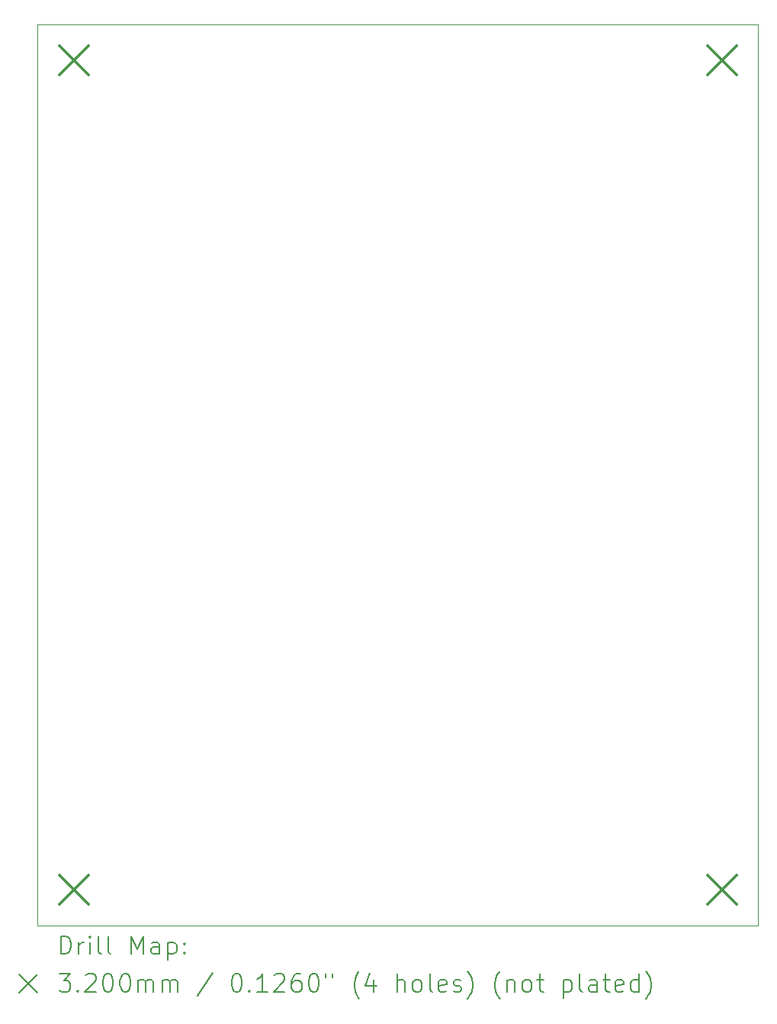
<source format=gbr>
%TF.GenerationSoftware,KiCad,Pcbnew,8.0.6-8.0.6-0~ubuntu22.04.1*%
%TF.CreationDate,2024-12-02T16:14:19+00:00*%
%TF.ProjectId,miniv_motor_controller_board,6d696e69-765f-46d6-9f74-6f725f636f6e,rev?*%
%TF.SameCoordinates,Original*%
%TF.FileFunction,Drillmap*%
%TF.FilePolarity,Positive*%
%FSLAX45Y45*%
G04 Gerber Fmt 4.5, Leading zero omitted, Abs format (unit mm)*
G04 Created by KiCad (PCBNEW 8.0.6-8.0.6-0~ubuntu22.04.1) date 2024-12-02 16:14:19*
%MOMM*%
%LPD*%
G01*
G04 APERTURE LIST*
%ADD10C,0.050000*%
%ADD11C,0.200000*%
%ADD12C,0.320000*%
G04 APERTURE END LIST*
D10*
X4200000Y-5000000D02*
X12200000Y-5000000D01*
X12200000Y-15000000D01*
X4200000Y-15000000D01*
X4200000Y-5000000D01*
D11*
D12*
X4440000Y-5240000D02*
X4760000Y-5560000D01*
X4760000Y-5240000D02*
X4440000Y-5560000D01*
X4440000Y-14440000D02*
X4760000Y-14760000D01*
X4760000Y-14440000D02*
X4440000Y-14760000D01*
X11640000Y-5240000D02*
X11960000Y-5560000D01*
X11960000Y-5240000D02*
X11640000Y-5560000D01*
X11640000Y-14440000D02*
X11960000Y-14760000D01*
X11960000Y-14440000D02*
X11640000Y-14760000D01*
D11*
X4458277Y-15313984D02*
X4458277Y-15113984D01*
X4458277Y-15113984D02*
X4505896Y-15113984D01*
X4505896Y-15113984D02*
X4534467Y-15123508D01*
X4534467Y-15123508D02*
X4553515Y-15142555D01*
X4553515Y-15142555D02*
X4563039Y-15161603D01*
X4563039Y-15161603D02*
X4572563Y-15199698D01*
X4572563Y-15199698D02*
X4572563Y-15228269D01*
X4572563Y-15228269D02*
X4563039Y-15266365D01*
X4563039Y-15266365D02*
X4553515Y-15285412D01*
X4553515Y-15285412D02*
X4534467Y-15304460D01*
X4534467Y-15304460D02*
X4505896Y-15313984D01*
X4505896Y-15313984D02*
X4458277Y-15313984D01*
X4658277Y-15313984D02*
X4658277Y-15180650D01*
X4658277Y-15218746D02*
X4667801Y-15199698D01*
X4667801Y-15199698D02*
X4677324Y-15190174D01*
X4677324Y-15190174D02*
X4696372Y-15180650D01*
X4696372Y-15180650D02*
X4715420Y-15180650D01*
X4782086Y-15313984D02*
X4782086Y-15180650D01*
X4782086Y-15113984D02*
X4772563Y-15123508D01*
X4772563Y-15123508D02*
X4782086Y-15133031D01*
X4782086Y-15133031D02*
X4791610Y-15123508D01*
X4791610Y-15123508D02*
X4782086Y-15113984D01*
X4782086Y-15113984D02*
X4782086Y-15133031D01*
X4905896Y-15313984D02*
X4886848Y-15304460D01*
X4886848Y-15304460D02*
X4877324Y-15285412D01*
X4877324Y-15285412D02*
X4877324Y-15113984D01*
X5010658Y-15313984D02*
X4991610Y-15304460D01*
X4991610Y-15304460D02*
X4982086Y-15285412D01*
X4982086Y-15285412D02*
X4982086Y-15113984D01*
X5239229Y-15313984D02*
X5239229Y-15113984D01*
X5239229Y-15113984D02*
X5305896Y-15256841D01*
X5305896Y-15256841D02*
X5372563Y-15113984D01*
X5372563Y-15113984D02*
X5372563Y-15313984D01*
X5553515Y-15313984D02*
X5553515Y-15209222D01*
X5553515Y-15209222D02*
X5543991Y-15190174D01*
X5543991Y-15190174D02*
X5524944Y-15180650D01*
X5524944Y-15180650D02*
X5486848Y-15180650D01*
X5486848Y-15180650D02*
X5467801Y-15190174D01*
X5553515Y-15304460D02*
X5534467Y-15313984D01*
X5534467Y-15313984D02*
X5486848Y-15313984D01*
X5486848Y-15313984D02*
X5467801Y-15304460D01*
X5467801Y-15304460D02*
X5458277Y-15285412D01*
X5458277Y-15285412D02*
X5458277Y-15266365D01*
X5458277Y-15266365D02*
X5467801Y-15247317D01*
X5467801Y-15247317D02*
X5486848Y-15237793D01*
X5486848Y-15237793D02*
X5534467Y-15237793D01*
X5534467Y-15237793D02*
X5553515Y-15228269D01*
X5648753Y-15180650D02*
X5648753Y-15380650D01*
X5648753Y-15190174D02*
X5667801Y-15180650D01*
X5667801Y-15180650D02*
X5705896Y-15180650D01*
X5705896Y-15180650D02*
X5724943Y-15190174D01*
X5724943Y-15190174D02*
X5734467Y-15199698D01*
X5734467Y-15199698D02*
X5743991Y-15218746D01*
X5743991Y-15218746D02*
X5743991Y-15275888D01*
X5743991Y-15275888D02*
X5734467Y-15294936D01*
X5734467Y-15294936D02*
X5724943Y-15304460D01*
X5724943Y-15304460D02*
X5705896Y-15313984D01*
X5705896Y-15313984D02*
X5667801Y-15313984D01*
X5667801Y-15313984D02*
X5648753Y-15304460D01*
X5829705Y-15294936D02*
X5839229Y-15304460D01*
X5839229Y-15304460D02*
X5829705Y-15313984D01*
X5829705Y-15313984D02*
X5820182Y-15304460D01*
X5820182Y-15304460D02*
X5829705Y-15294936D01*
X5829705Y-15294936D02*
X5829705Y-15313984D01*
X5829705Y-15190174D02*
X5839229Y-15199698D01*
X5839229Y-15199698D02*
X5829705Y-15209222D01*
X5829705Y-15209222D02*
X5820182Y-15199698D01*
X5820182Y-15199698D02*
X5829705Y-15190174D01*
X5829705Y-15190174D02*
X5829705Y-15209222D01*
X3997500Y-15542500D02*
X4197500Y-15742500D01*
X4197500Y-15542500D02*
X3997500Y-15742500D01*
X4439229Y-15533984D02*
X4563039Y-15533984D01*
X4563039Y-15533984D02*
X4496372Y-15610174D01*
X4496372Y-15610174D02*
X4524944Y-15610174D01*
X4524944Y-15610174D02*
X4543991Y-15619698D01*
X4543991Y-15619698D02*
X4553515Y-15629222D01*
X4553515Y-15629222D02*
X4563039Y-15648269D01*
X4563039Y-15648269D02*
X4563039Y-15695888D01*
X4563039Y-15695888D02*
X4553515Y-15714936D01*
X4553515Y-15714936D02*
X4543991Y-15724460D01*
X4543991Y-15724460D02*
X4524944Y-15733984D01*
X4524944Y-15733984D02*
X4467801Y-15733984D01*
X4467801Y-15733984D02*
X4448753Y-15724460D01*
X4448753Y-15724460D02*
X4439229Y-15714936D01*
X4648753Y-15714936D02*
X4658277Y-15724460D01*
X4658277Y-15724460D02*
X4648753Y-15733984D01*
X4648753Y-15733984D02*
X4639229Y-15724460D01*
X4639229Y-15724460D02*
X4648753Y-15714936D01*
X4648753Y-15714936D02*
X4648753Y-15733984D01*
X4734467Y-15553031D02*
X4743991Y-15543508D01*
X4743991Y-15543508D02*
X4763039Y-15533984D01*
X4763039Y-15533984D02*
X4810658Y-15533984D01*
X4810658Y-15533984D02*
X4829705Y-15543508D01*
X4829705Y-15543508D02*
X4839229Y-15553031D01*
X4839229Y-15553031D02*
X4848753Y-15572079D01*
X4848753Y-15572079D02*
X4848753Y-15591127D01*
X4848753Y-15591127D02*
X4839229Y-15619698D01*
X4839229Y-15619698D02*
X4724944Y-15733984D01*
X4724944Y-15733984D02*
X4848753Y-15733984D01*
X4972563Y-15533984D02*
X4991610Y-15533984D01*
X4991610Y-15533984D02*
X5010658Y-15543508D01*
X5010658Y-15543508D02*
X5020182Y-15553031D01*
X5020182Y-15553031D02*
X5029705Y-15572079D01*
X5029705Y-15572079D02*
X5039229Y-15610174D01*
X5039229Y-15610174D02*
X5039229Y-15657793D01*
X5039229Y-15657793D02*
X5029705Y-15695888D01*
X5029705Y-15695888D02*
X5020182Y-15714936D01*
X5020182Y-15714936D02*
X5010658Y-15724460D01*
X5010658Y-15724460D02*
X4991610Y-15733984D01*
X4991610Y-15733984D02*
X4972563Y-15733984D01*
X4972563Y-15733984D02*
X4953515Y-15724460D01*
X4953515Y-15724460D02*
X4943991Y-15714936D01*
X4943991Y-15714936D02*
X4934467Y-15695888D01*
X4934467Y-15695888D02*
X4924944Y-15657793D01*
X4924944Y-15657793D02*
X4924944Y-15610174D01*
X4924944Y-15610174D02*
X4934467Y-15572079D01*
X4934467Y-15572079D02*
X4943991Y-15553031D01*
X4943991Y-15553031D02*
X4953515Y-15543508D01*
X4953515Y-15543508D02*
X4972563Y-15533984D01*
X5163039Y-15533984D02*
X5182086Y-15533984D01*
X5182086Y-15533984D02*
X5201134Y-15543508D01*
X5201134Y-15543508D02*
X5210658Y-15553031D01*
X5210658Y-15553031D02*
X5220182Y-15572079D01*
X5220182Y-15572079D02*
X5229705Y-15610174D01*
X5229705Y-15610174D02*
X5229705Y-15657793D01*
X5229705Y-15657793D02*
X5220182Y-15695888D01*
X5220182Y-15695888D02*
X5210658Y-15714936D01*
X5210658Y-15714936D02*
X5201134Y-15724460D01*
X5201134Y-15724460D02*
X5182086Y-15733984D01*
X5182086Y-15733984D02*
X5163039Y-15733984D01*
X5163039Y-15733984D02*
X5143991Y-15724460D01*
X5143991Y-15724460D02*
X5134467Y-15714936D01*
X5134467Y-15714936D02*
X5124944Y-15695888D01*
X5124944Y-15695888D02*
X5115420Y-15657793D01*
X5115420Y-15657793D02*
X5115420Y-15610174D01*
X5115420Y-15610174D02*
X5124944Y-15572079D01*
X5124944Y-15572079D02*
X5134467Y-15553031D01*
X5134467Y-15553031D02*
X5143991Y-15543508D01*
X5143991Y-15543508D02*
X5163039Y-15533984D01*
X5315420Y-15733984D02*
X5315420Y-15600650D01*
X5315420Y-15619698D02*
X5324944Y-15610174D01*
X5324944Y-15610174D02*
X5343991Y-15600650D01*
X5343991Y-15600650D02*
X5372563Y-15600650D01*
X5372563Y-15600650D02*
X5391610Y-15610174D01*
X5391610Y-15610174D02*
X5401134Y-15629222D01*
X5401134Y-15629222D02*
X5401134Y-15733984D01*
X5401134Y-15629222D02*
X5410658Y-15610174D01*
X5410658Y-15610174D02*
X5429705Y-15600650D01*
X5429705Y-15600650D02*
X5458277Y-15600650D01*
X5458277Y-15600650D02*
X5477325Y-15610174D01*
X5477325Y-15610174D02*
X5486848Y-15629222D01*
X5486848Y-15629222D02*
X5486848Y-15733984D01*
X5582086Y-15733984D02*
X5582086Y-15600650D01*
X5582086Y-15619698D02*
X5591610Y-15610174D01*
X5591610Y-15610174D02*
X5610658Y-15600650D01*
X5610658Y-15600650D02*
X5639229Y-15600650D01*
X5639229Y-15600650D02*
X5658277Y-15610174D01*
X5658277Y-15610174D02*
X5667801Y-15629222D01*
X5667801Y-15629222D02*
X5667801Y-15733984D01*
X5667801Y-15629222D02*
X5677324Y-15610174D01*
X5677324Y-15610174D02*
X5696372Y-15600650D01*
X5696372Y-15600650D02*
X5724943Y-15600650D01*
X5724943Y-15600650D02*
X5743991Y-15610174D01*
X5743991Y-15610174D02*
X5753515Y-15629222D01*
X5753515Y-15629222D02*
X5753515Y-15733984D01*
X6143991Y-15524460D02*
X5972563Y-15781603D01*
X6401134Y-15533984D02*
X6420182Y-15533984D01*
X6420182Y-15533984D02*
X6439229Y-15543508D01*
X6439229Y-15543508D02*
X6448753Y-15553031D01*
X6448753Y-15553031D02*
X6458277Y-15572079D01*
X6458277Y-15572079D02*
X6467801Y-15610174D01*
X6467801Y-15610174D02*
X6467801Y-15657793D01*
X6467801Y-15657793D02*
X6458277Y-15695888D01*
X6458277Y-15695888D02*
X6448753Y-15714936D01*
X6448753Y-15714936D02*
X6439229Y-15724460D01*
X6439229Y-15724460D02*
X6420182Y-15733984D01*
X6420182Y-15733984D02*
X6401134Y-15733984D01*
X6401134Y-15733984D02*
X6382086Y-15724460D01*
X6382086Y-15724460D02*
X6372563Y-15714936D01*
X6372563Y-15714936D02*
X6363039Y-15695888D01*
X6363039Y-15695888D02*
X6353515Y-15657793D01*
X6353515Y-15657793D02*
X6353515Y-15610174D01*
X6353515Y-15610174D02*
X6363039Y-15572079D01*
X6363039Y-15572079D02*
X6372563Y-15553031D01*
X6372563Y-15553031D02*
X6382086Y-15543508D01*
X6382086Y-15543508D02*
X6401134Y-15533984D01*
X6553515Y-15714936D02*
X6563039Y-15724460D01*
X6563039Y-15724460D02*
X6553515Y-15733984D01*
X6553515Y-15733984D02*
X6543991Y-15724460D01*
X6543991Y-15724460D02*
X6553515Y-15714936D01*
X6553515Y-15714936D02*
X6553515Y-15733984D01*
X6753515Y-15733984D02*
X6639229Y-15733984D01*
X6696372Y-15733984D02*
X6696372Y-15533984D01*
X6696372Y-15533984D02*
X6677325Y-15562555D01*
X6677325Y-15562555D02*
X6658277Y-15581603D01*
X6658277Y-15581603D02*
X6639229Y-15591127D01*
X6829706Y-15553031D02*
X6839229Y-15543508D01*
X6839229Y-15543508D02*
X6858277Y-15533984D01*
X6858277Y-15533984D02*
X6905896Y-15533984D01*
X6905896Y-15533984D02*
X6924944Y-15543508D01*
X6924944Y-15543508D02*
X6934467Y-15553031D01*
X6934467Y-15553031D02*
X6943991Y-15572079D01*
X6943991Y-15572079D02*
X6943991Y-15591127D01*
X6943991Y-15591127D02*
X6934467Y-15619698D01*
X6934467Y-15619698D02*
X6820182Y-15733984D01*
X6820182Y-15733984D02*
X6943991Y-15733984D01*
X7115420Y-15533984D02*
X7077325Y-15533984D01*
X7077325Y-15533984D02*
X7058277Y-15543508D01*
X7058277Y-15543508D02*
X7048753Y-15553031D01*
X7048753Y-15553031D02*
X7029706Y-15581603D01*
X7029706Y-15581603D02*
X7020182Y-15619698D01*
X7020182Y-15619698D02*
X7020182Y-15695888D01*
X7020182Y-15695888D02*
X7029706Y-15714936D01*
X7029706Y-15714936D02*
X7039229Y-15724460D01*
X7039229Y-15724460D02*
X7058277Y-15733984D01*
X7058277Y-15733984D02*
X7096372Y-15733984D01*
X7096372Y-15733984D02*
X7115420Y-15724460D01*
X7115420Y-15724460D02*
X7124944Y-15714936D01*
X7124944Y-15714936D02*
X7134467Y-15695888D01*
X7134467Y-15695888D02*
X7134467Y-15648269D01*
X7134467Y-15648269D02*
X7124944Y-15629222D01*
X7124944Y-15629222D02*
X7115420Y-15619698D01*
X7115420Y-15619698D02*
X7096372Y-15610174D01*
X7096372Y-15610174D02*
X7058277Y-15610174D01*
X7058277Y-15610174D02*
X7039229Y-15619698D01*
X7039229Y-15619698D02*
X7029706Y-15629222D01*
X7029706Y-15629222D02*
X7020182Y-15648269D01*
X7258277Y-15533984D02*
X7277325Y-15533984D01*
X7277325Y-15533984D02*
X7296372Y-15543508D01*
X7296372Y-15543508D02*
X7305896Y-15553031D01*
X7305896Y-15553031D02*
X7315420Y-15572079D01*
X7315420Y-15572079D02*
X7324944Y-15610174D01*
X7324944Y-15610174D02*
X7324944Y-15657793D01*
X7324944Y-15657793D02*
X7315420Y-15695888D01*
X7315420Y-15695888D02*
X7305896Y-15714936D01*
X7305896Y-15714936D02*
X7296372Y-15724460D01*
X7296372Y-15724460D02*
X7277325Y-15733984D01*
X7277325Y-15733984D02*
X7258277Y-15733984D01*
X7258277Y-15733984D02*
X7239229Y-15724460D01*
X7239229Y-15724460D02*
X7229706Y-15714936D01*
X7229706Y-15714936D02*
X7220182Y-15695888D01*
X7220182Y-15695888D02*
X7210658Y-15657793D01*
X7210658Y-15657793D02*
X7210658Y-15610174D01*
X7210658Y-15610174D02*
X7220182Y-15572079D01*
X7220182Y-15572079D02*
X7229706Y-15553031D01*
X7229706Y-15553031D02*
X7239229Y-15543508D01*
X7239229Y-15543508D02*
X7258277Y-15533984D01*
X7401134Y-15533984D02*
X7401134Y-15572079D01*
X7477325Y-15533984D02*
X7477325Y-15572079D01*
X7772563Y-15810174D02*
X7763039Y-15800650D01*
X7763039Y-15800650D02*
X7743991Y-15772079D01*
X7743991Y-15772079D02*
X7734468Y-15753031D01*
X7734468Y-15753031D02*
X7724944Y-15724460D01*
X7724944Y-15724460D02*
X7715420Y-15676841D01*
X7715420Y-15676841D02*
X7715420Y-15638746D01*
X7715420Y-15638746D02*
X7724944Y-15591127D01*
X7724944Y-15591127D02*
X7734468Y-15562555D01*
X7734468Y-15562555D02*
X7743991Y-15543508D01*
X7743991Y-15543508D02*
X7763039Y-15514936D01*
X7763039Y-15514936D02*
X7772563Y-15505412D01*
X7934468Y-15600650D02*
X7934468Y-15733984D01*
X7886848Y-15524460D02*
X7839229Y-15667317D01*
X7839229Y-15667317D02*
X7963039Y-15667317D01*
X8191610Y-15733984D02*
X8191610Y-15533984D01*
X8277325Y-15733984D02*
X8277325Y-15629222D01*
X8277325Y-15629222D02*
X8267801Y-15610174D01*
X8267801Y-15610174D02*
X8248753Y-15600650D01*
X8248753Y-15600650D02*
X8220182Y-15600650D01*
X8220182Y-15600650D02*
X8201134Y-15610174D01*
X8201134Y-15610174D02*
X8191610Y-15619698D01*
X8401134Y-15733984D02*
X8382087Y-15724460D01*
X8382087Y-15724460D02*
X8372563Y-15714936D01*
X8372563Y-15714936D02*
X8363039Y-15695888D01*
X8363039Y-15695888D02*
X8363039Y-15638746D01*
X8363039Y-15638746D02*
X8372563Y-15619698D01*
X8372563Y-15619698D02*
X8382087Y-15610174D01*
X8382087Y-15610174D02*
X8401134Y-15600650D01*
X8401134Y-15600650D02*
X8429706Y-15600650D01*
X8429706Y-15600650D02*
X8448753Y-15610174D01*
X8448753Y-15610174D02*
X8458277Y-15619698D01*
X8458277Y-15619698D02*
X8467801Y-15638746D01*
X8467801Y-15638746D02*
X8467801Y-15695888D01*
X8467801Y-15695888D02*
X8458277Y-15714936D01*
X8458277Y-15714936D02*
X8448753Y-15724460D01*
X8448753Y-15724460D02*
X8429706Y-15733984D01*
X8429706Y-15733984D02*
X8401134Y-15733984D01*
X8582087Y-15733984D02*
X8563039Y-15724460D01*
X8563039Y-15724460D02*
X8553515Y-15705412D01*
X8553515Y-15705412D02*
X8553515Y-15533984D01*
X8734468Y-15724460D02*
X8715420Y-15733984D01*
X8715420Y-15733984D02*
X8677325Y-15733984D01*
X8677325Y-15733984D02*
X8658277Y-15724460D01*
X8658277Y-15724460D02*
X8648753Y-15705412D01*
X8648753Y-15705412D02*
X8648753Y-15629222D01*
X8648753Y-15629222D02*
X8658277Y-15610174D01*
X8658277Y-15610174D02*
X8677325Y-15600650D01*
X8677325Y-15600650D02*
X8715420Y-15600650D01*
X8715420Y-15600650D02*
X8734468Y-15610174D01*
X8734468Y-15610174D02*
X8743992Y-15629222D01*
X8743992Y-15629222D02*
X8743992Y-15648269D01*
X8743992Y-15648269D02*
X8648753Y-15667317D01*
X8820182Y-15724460D02*
X8839230Y-15733984D01*
X8839230Y-15733984D02*
X8877325Y-15733984D01*
X8877325Y-15733984D02*
X8896373Y-15724460D01*
X8896373Y-15724460D02*
X8905896Y-15705412D01*
X8905896Y-15705412D02*
X8905896Y-15695888D01*
X8905896Y-15695888D02*
X8896373Y-15676841D01*
X8896373Y-15676841D02*
X8877325Y-15667317D01*
X8877325Y-15667317D02*
X8848753Y-15667317D01*
X8848753Y-15667317D02*
X8829706Y-15657793D01*
X8829706Y-15657793D02*
X8820182Y-15638746D01*
X8820182Y-15638746D02*
X8820182Y-15629222D01*
X8820182Y-15629222D02*
X8829706Y-15610174D01*
X8829706Y-15610174D02*
X8848753Y-15600650D01*
X8848753Y-15600650D02*
X8877325Y-15600650D01*
X8877325Y-15600650D02*
X8896373Y-15610174D01*
X8972563Y-15810174D02*
X8982087Y-15800650D01*
X8982087Y-15800650D02*
X9001134Y-15772079D01*
X9001134Y-15772079D02*
X9010658Y-15753031D01*
X9010658Y-15753031D02*
X9020182Y-15724460D01*
X9020182Y-15724460D02*
X9029706Y-15676841D01*
X9029706Y-15676841D02*
X9029706Y-15638746D01*
X9029706Y-15638746D02*
X9020182Y-15591127D01*
X9020182Y-15591127D02*
X9010658Y-15562555D01*
X9010658Y-15562555D02*
X9001134Y-15543508D01*
X9001134Y-15543508D02*
X8982087Y-15514936D01*
X8982087Y-15514936D02*
X8972563Y-15505412D01*
X9334468Y-15810174D02*
X9324944Y-15800650D01*
X9324944Y-15800650D02*
X9305896Y-15772079D01*
X9305896Y-15772079D02*
X9296373Y-15753031D01*
X9296373Y-15753031D02*
X9286849Y-15724460D01*
X9286849Y-15724460D02*
X9277325Y-15676841D01*
X9277325Y-15676841D02*
X9277325Y-15638746D01*
X9277325Y-15638746D02*
X9286849Y-15591127D01*
X9286849Y-15591127D02*
X9296373Y-15562555D01*
X9296373Y-15562555D02*
X9305896Y-15543508D01*
X9305896Y-15543508D02*
X9324944Y-15514936D01*
X9324944Y-15514936D02*
X9334468Y-15505412D01*
X9410658Y-15600650D02*
X9410658Y-15733984D01*
X9410658Y-15619698D02*
X9420182Y-15610174D01*
X9420182Y-15610174D02*
X9439230Y-15600650D01*
X9439230Y-15600650D02*
X9467801Y-15600650D01*
X9467801Y-15600650D02*
X9486849Y-15610174D01*
X9486849Y-15610174D02*
X9496373Y-15629222D01*
X9496373Y-15629222D02*
X9496373Y-15733984D01*
X9620182Y-15733984D02*
X9601134Y-15724460D01*
X9601134Y-15724460D02*
X9591611Y-15714936D01*
X9591611Y-15714936D02*
X9582087Y-15695888D01*
X9582087Y-15695888D02*
X9582087Y-15638746D01*
X9582087Y-15638746D02*
X9591611Y-15619698D01*
X9591611Y-15619698D02*
X9601134Y-15610174D01*
X9601134Y-15610174D02*
X9620182Y-15600650D01*
X9620182Y-15600650D02*
X9648754Y-15600650D01*
X9648754Y-15600650D02*
X9667801Y-15610174D01*
X9667801Y-15610174D02*
X9677325Y-15619698D01*
X9677325Y-15619698D02*
X9686849Y-15638746D01*
X9686849Y-15638746D02*
X9686849Y-15695888D01*
X9686849Y-15695888D02*
X9677325Y-15714936D01*
X9677325Y-15714936D02*
X9667801Y-15724460D01*
X9667801Y-15724460D02*
X9648754Y-15733984D01*
X9648754Y-15733984D02*
X9620182Y-15733984D01*
X9743992Y-15600650D02*
X9820182Y-15600650D01*
X9772563Y-15533984D02*
X9772563Y-15705412D01*
X9772563Y-15705412D02*
X9782087Y-15724460D01*
X9782087Y-15724460D02*
X9801134Y-15733984D01*
X9801134Y-15733984D02*
X9820182Y-15733984D01*
X10039230Y-15600650D02*
X10039230Y-15800650D01*
X10039230Y-15610174D02*
X10058277Y-15600650D01*
X10058277Y-15600650D02*
X10096373Y-15600650D01*
X10096373Y-15600650D02*
X10115420Y-15610174D01*
X10115420Y-15610174D02*
X10124944Y-15619698D01*
X10124944Y-15619698D02*
X10134468Y-15638746D01*
X10134468Y-15638746D02*
X10134468Y-15695888D01*
X10134468Y-15695888D02*
X10124944Y-15714936D01*
X10124944Y-15714936D02*
X10115420Y-15724460D01*
X10115420Y-15724460D02*
X10096373Y-15733984D01*
X10096373Y-15733984D02*
X10058277Y-15733984D01*
X10058277Y-15733984D02*
X10039230Y-15724460D01*
X10248754Y-15733984D02*
X10229706Y-15724460D01*
X10229706Y-15724460D02*
X10220182Y-15705412D01*
X10220182Y-15705412D02*
X10220182Y-15533984D01*
X10410658Y-15733984D02*
X10410658Y-15629222D01*
X10410658Y-15629222D02*
X10401135Y-15610174D01*
X10401135Y-15610174D02*
X10382087Y-15600650D01*
X10382087Y-15600650D02*
X10343992Y-15600650D01*
X10343992Y-15600650D02*
X10324944Y-15610174D01*
X10410658Y-15724460D02*
X10391611Y-15733984D01*
X10391611Y-15733984D02*
X10343992Y-15733984D01*
X10343992Y-15733984D02*
X10324944Y-15724460D01*
X10324944Y-15724460D02*
X10315420Y-15705412D01*
X10315420Y-15705412D02*
X10315420Y-15686365D01*
X10315420Y-15686365D02*
X10324944Y-15667317D01*
X10324944Y-15667317D02*
X10343992Y-15657793D01*
X10343992Y-15657793D02*
X10391611Y-15657793D01*
X10391611Y-15657793D02*
X10410658Y-15648269D01*
X10477325Y-15600650D02*
X10553515Y-15600650D01*
X10505896Y-15533984D02*
X10505896Y-15705412D01*
X10505896Y-15705412D02*
X10515420Y-15724460D01*
X10515420Y-15724460D02*
X10534468Y-15733984D01*
X10534468Y-15733984D02*
X10553515Y-15733984D01*
X10696373Y-15724460D02*
X10677325Y-15733984D01*
X10677325Y-15733984D02*
X10639230Y-15733984D01*
X10639230Y-15733984D02*
X10620182Y-15724460D01*
X10620182Y-15724460D02*
X10610658Y-15705412D01*
X10610658Y-15705412D02*
X10610658Y-15629222D01*
X10610658Y-15629222D02*
X10620182Y-15610174D01*
X10620182Y-15610174D02*
X10639230Y-15600650D01*
X10639230Y-15600650D02*
X10677325Y-15600650D01*
X10677325Y-15600650D02*
X10696373Y-15610174D01*
X10696373Y-15610174D02*
X10705896Y-15629222D01*
X10705896Y-15629222D02*
X10705896Y-15648269D01*
X10705896Y-15648269D02*
X10610658Y-15667317D01*
X10877325Y-15733984D02*
X10877325Y-15533984D01*
X10877325Y-15724460D02*
X10858277Y-15733984D01*
X10858277Y-15733984D02*
X10820182Y-15733984D01*
X10820182Y-15733984D02*
X10801135Y-15724460D01*
X10801135Y-15724460D02*
X10791611Y-15714936D01*
X10791611Y-15714936D02*
X10782087Y-15695888D01*
X10782087Y-15695888D02*
X10782087Y-15638746D01*
X10782087Y-15638746D02*
X10791611Y-15619698D01*
X10791611Y-15619698D02*
X10801135Y-15610174D01*
X10801135Y-15610174D02*
X10820182Y-15600650D01*
X10820182Y-15600650D02*
X10858277Y-15600650D01*
X10858277Y-15600650D02*
X10877325Y-15610174D01*
X10953516Y-15810174D02*
X10963039Y-15800650D01*
X10963039Y-15800650D02*
X10982087Y-15772079D01*
X10982087Y-15772079D02*
X10991611Y-15753031D01*
X10991611Y-15753031D02*
X11001135Y-15724460D01*
X11001135Y-15724460D02*
X11010658Y-15676841D01*
X11010658Y-15676841D02*
X11010658Y-15638746D01*
X11010658Y-15638746D02*
X11001135Y-15591127D01*
X11001135Y-15591127D02*
X10991611Y-15562555D01*
X10991611Y-15562555D02*
X10982087Y-15543508D01*
X10982087Y-15543508D02*
X10963039Y-15514936D01*
X10963039Y-15514936D02*
X10953516Y-15505412D01*
M02*

</source>
